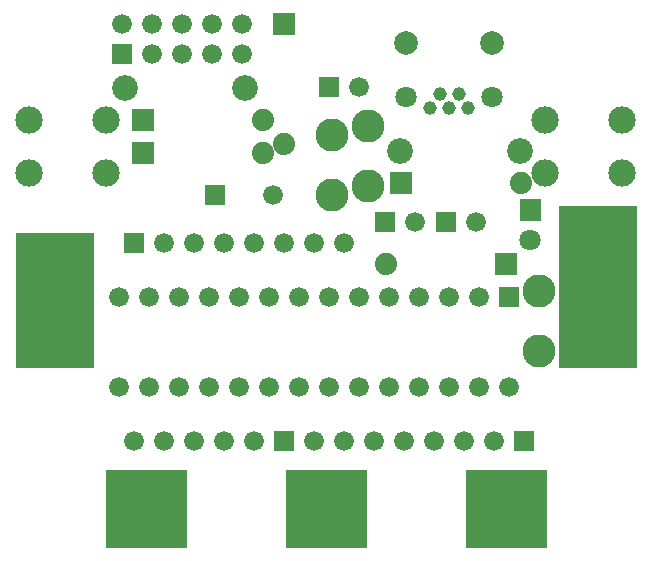
<source format=gbr>
G04 start of page 6 for group -4063 idx -4063 *
G04 Title: (unknown), componentmask *
G04 Creator: pcb 20110918 *
G04 CreationDate: mer. 09 avril 2014 15:18:50 GMT UTC *
G04 For: virtualabs *
G04 Format: Gerber/RS-274X *
G04 PCB-Dimensions: 600000 500000 *
G04 PCB-Coordinate-Origin: lower left *
%MOIN*%
%FSLAX25Y25*%
%LNTOPMASK*%
%ADD78R,0.0900X0.0900*%
%ADD77C,0.0709*%
%ADD76C,0.0453*%
%ADD75C,0.0710*%
%ADD74C,0.1100*%
%ADD73C,0.0787*%
%ADD72C,0.0740*%
%ADD71C,0.0860*%
%ADD70C,0.0912*%
%ADD69C,0.0001*%
%ADD68C,0.0660*%
G54D68*X186000Y355000D03*
Y325000D03*
X176000Y355000D03*
Y325000D03*
X166000Y355000D03*
Y325000D03*
X196000D03*
X206000D03*
X216000D03*
G54D69*G36*
X167700Y376300D02*Y369700D01*
X174300D01*
Y376300D01*
X167700D01*
G37*
G54D68*X181000Y373000D03*
X191000D03*
X201000D03*
X211000D03*
X221000D03*
X231000D03*
X241000D03*
G54D69*G36*
X194700Y392300D02*Y385700D01*
X201300D01*
Y392300D01*
X194700D01*
G37*
G54D68*X217200Y389000D03*
G54D69*G36*
X251200Y383300D02*Y376700D01*
X257800D01*
Y383300D01*
X251200D01*
G37*
G54D68*X264500Y380000D03*
G54D70*X136000Y414000D03*
G54D68*X187000Y436000D03*
Y446000D03*
G54D70*X161591Y414000D03*
G54D69*G36*
X170300Y417700D02*Y410300D01*
X177700D01*
Y417700D01*
X170300D01*
G37*
G54D71*X167985Y424750D03*
G54D69*G36*
X170300Y406700D02*Y399300D01*
X177700D01*
Y406700D01*
X170300D01*
G37*
G36*
X163700Y439300D02*Y432700D01*
X170300D01*
Y439300D01*
X163700D01*
G37*
G54D68*X167000Y446000D03*
X177000Y436000D03*
Y446000D03*
X197000Y436000D03*
Y446000D03*
X207000D03*
G54D69*G36*
X217300Y449700D02*Y442300D01*
X224700D01*
Y449700D01*
X217300D01*
G37*
G54D68*X207000Y436000D03*
G54D69*G36*
X232700Y428300D02*Y421700D01*
X239300D01*
Y428300D01*
X232700D01*
G37*
G54D68*X246000Y425000D03*
G54D72*X221000Y406000D03*
X214000Y414000D03*
G54D71*X207985Y424750D03*
G54D72*X214000Y403000D03*
G54D73*X261630Y439850D03*
G54D71*X259515Y403750D03*
G54D73*X290370Y439850D03*
G54D74*X237000Y409000D03*
Y389000D03*
X249000Y392000D03*
Y412000D03*
G54D69*G36*
X256300Y396700D02*Y389300D01*
X263700D01*
Y396700D01*
X256300D01*
G37*
G54D70*X161591Y396283D03*
X136000D03*
G54D74*X306000Y357000D03*
Y337000D03*
G54D69*G36*
X292700Y358300D02*Y351700D01*
X299300D01*
Y358300D01*
X292700D01*
G37*
G54D68*X286000Y355000D03*
X285000Y380000D03*
X276000Y355000D03*
G54D69*G36*
X271700Y383300D02*Y376700D01*
X278300D01*
Y383300D01*
X271700D01*
G37*
G54D68*X266000Y355000D03*
G54D69*G36*
X291300Y369700D02*Y362300D01*
X298700D01*
Y369700D01*
X291300D01*
G37*
G54D75*X303000Y374000D03*
G54D72*X255000Y366000D03*
G54D68*X256000Y355000D03*
X246000D03*
X236000D03*
X226000D03*
X216000D03*
X206000D03*
X196000D03*
X226000Y325000D03*
X236000D03*
X246000D03*
X256000D03*
X266000D03*
X276000D03*
X286000D03*
X296000D03*
G54D69*G36*
X297700Y310300D02*Y303700D01*
X304300D01*
Y310300D01*
X297700D01*
G37*
G54D68*X291000Y307000D03*
X281000D03*
X271000D03*
X261000D03*
X251000D03*
X241000D03*
X231000D03*
G54D69*G36*
X217700Y310300D02*Y303700D01*
X224300D01*
Y310300D01*
X217700D01*
G37*
G54D68*X211000Y307000D03*
X201000D03*
X191000D03*
X181000D03*
X171000D03*
G54D72*X300000Y393000D03*
G54D70*X308000Y396283D03*
G54D71*X299515Y403750D03*
G54D69*G36*
X299450Y387550D02*Y380450D01*
X306550D01*
Y387550D01*
X299450D01*
G37*
G54D70*X308000Y414000D03*
X333591D03*
Y396283D03*
G54D76*X282299Y418000D03*
X279150Y422724D03*
X276000Y418000D03*
X272850Y422724D03*
X269701Y418000D03*
G54D77*X261630Y421543D03*
X290370D03*
G54D78*X235000Y293000D02*Y276000D01*
X244000Y293000D02*Y276000D01*
X286000Y293000D02*Y276000D01*
X304000Y293000D02*Y276000D01*
X295000Y293000D02*Y276000D01*
X175000Y293000D02*Y276000D01*
X184000Y293000D02*Y276000D01*
X226000Y293000D02*Y276000D01*
X166000Y293000D02*Y276000D01*
X136000Y372000D02*X153000D01*
X317000Y381000D02*X334000D01*
X317000Y372000D02*X334000D01*
X136000Y363000D02*X153000D01*
X317000D02*X334000D01*
X136000Y354000D02*X153000D01*
X317000D02*X334000D01*
X136000Y345000D02*X153000D01*
X136000Y336000D02*X153000D01*
X317000D02*X334000D01*
X317000Y345000D02*X334000D01*
M02*

</source>
